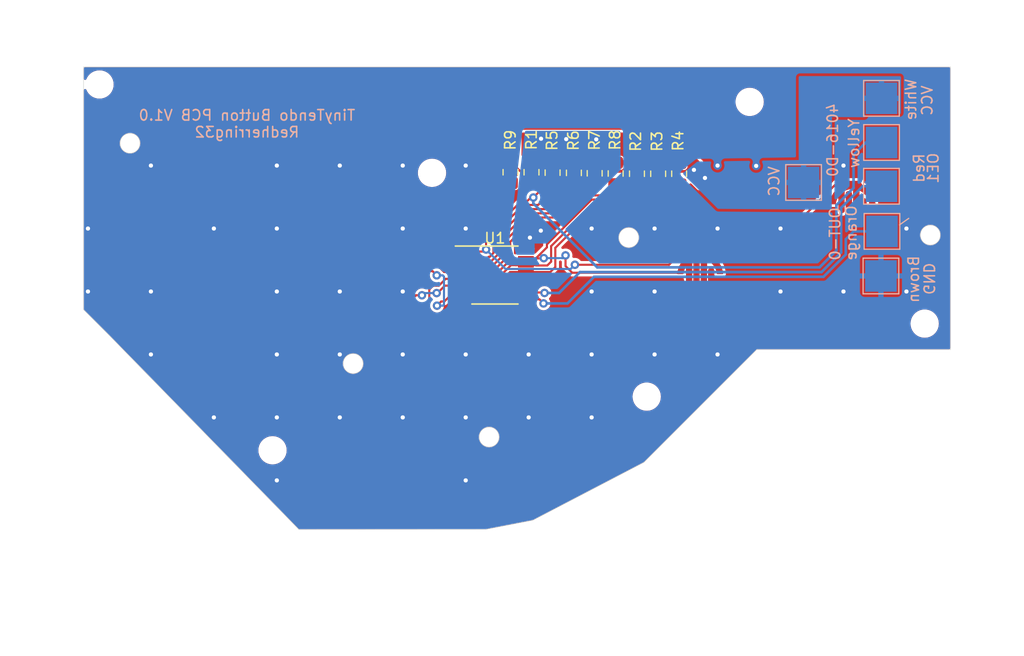
<source format=kicad_pcb>
(kicad_pcb (version 20231007) (generator pcbnew)
  (layers (0 "F.Cu" signal) (31 "B.Cu" signal) (34 "B.Paste" user) (35 "F.Paste" user) (36 "B.SilkS" user "B.Silkscreen") (37 "F.SilkS" user "F.Silkscreen") (38 "B.Mask" user) (39 "F.Mask" user) (44 "Edge.Cuts" user))
  (net 0 "")
  (net 1 "/GND")
  (net 2 "/Strobe")
  (net 3 "/5V")
  (net 4 "/Data")
  (net 5 "/Clock")
  (net 6 "/A")
  (net 7 "/B")
  (net 8 "/Select")
  (net 9 "/Start")
  (net 10 "/Up")
  (net 11 "/Down")
  (net 12 "/Left")
  (net 13 "/Right")
  (net 14 "Net-(U1-Pad12)")
  (net 15 "Net-(U1-Pad2)")
  (footprint "Resistor_SMD:R_0805_2012Metric_Pad1.15x1.40mm_HandSolder" (layer "F.Cu") (at 46.41 -55.045 -90)
    (property "Reference" "R1")
    (property "Value" "1K")
  )
  (footprint "Resistor_SMD:R_0805_2012Metric_Pad1.15x1.40mm_HandSolder" (layer "F.Cu") (at 56.46 -54.905 -90)
    (property "Reference" "R2")
    (property "Value" "1K")
  )
  (footprint "Resistor_SMD:R_0805_2012Metric_Pad1.15x1.40mm_HandSolder" (layer "F.Cu") (at 58.48 -54.9 -90)
    (property "Reference" "R3")
    (property "Value" "1K")
  )
  (footprint "Resistor_SMD:R_0805_2012Metric_Pad1.15x1.40mm_HandSolder" (layer "F.Cu") (at 60.48 -54.905 -90)
    (property "Reference" "R4")
    (property "Value" "1K")
  )
  (footprint "Resistor_SMD:R_0805_2012Metric_Pad1.15x1.40mm_HandSolder" (layer "F.Cu") (at 48.42 -55.005 -90)
    (property "Reference" "R5")
    (property "Value" "1K")
  )
  (footprint "Resistor_SMD:R_0805_2012Metric_Pad1.15x1.40mm_HandSolder" (layer "F.Cu") (at 50.45 -54.985 -90)
    (property "Reference" "R6")
    (property "Value" "1K")
  )
  (footprint "Resistor_SMD:R_0805_2012Metric_Pad1.15x1.40mm_HandSolder" (layer "F.Cu") (at 52.43 -54.945 -90)
    (property "Reference" "R7")
    (property "Value" "1K")
  )
  (footprint "Resistor_SMD:R_0805_2012Metric_Pad1.15x1.40mm_HandSolder" (layer "F.Cu") (at 54.43 -54.925 -90)
    (property "Reference" "R8")
    (property "Value" "1K")
  )
  (footprint "Resistor_SMD:R_0805_2012Metric_Pad1.15x1.40mm_HandSolder" (layer "F.Cu") (at 44.41 -55.045 -90)
    (property "Reference" "R9")
    (property "Value" "1K")
  )
  (footprint "Package_SO:TSSOP-16_4.4x5mm_P0.65mm" (layer "F.Cu") (at 42.926 -45.212)
    (property "Reference" "U1")
    (property "Value" "CD4021BPW")
  )
  (footprint "Button PCB:StartSelect" (layer "F.Cu") (at 35.5 -23.27)
    (property "Reference" " ")
    (property "Value" "StartSelect")
  )
  (footprint "MountingHole:MountingHole_2.2mm_M2" (layer "F.Cu") (at 36.93 -54.99)
    (property "Reference" " ")
    (property "Value" "MountingHole_2.2mm_M2")
  )
  (footprint "MountingHole:MountingHole_2.2mm_M2" (layer "F.Cu") (at 21.73 -28.55)
    (property "Reference" " ")
    (property "Value" "MountingHole_2.2mm_M2")
  )
  (footprint "MountingHole:MountingHole_2.2mm_M2" (layer "F.Cu") (at 57.39 -33.66)
    (property "Reference" " ")
    (property "Value" "MountingHole_2.2mm_M2")
  )
  (footprint "MountingHole:MountingHole_2.2mm_M2" (layer "F.Cu") (at 67.2 -61.75)
    (property "Reference" " ")
    (property "Value" "MountingHole_2.2mm_M2")
  )
  (footprint "MountingHole:MountingHole_2.2mm_M2" (layer "F.Cu") (at 5.24 -63.41)
    (property "Reference" " ")
    (property "Value" "MountingHole_2.2mm_M2")
  )
  (footprint "MountingHole:MountingHole_2.2mm_M2" (layer "F.Cu") (at 83.88 -40.62)
    (property "Reference" " ")
    (property "Value" "MountingHole_2.2mm_M2")
  )
  (footprint "Button PCB:AB V2" (layer "F.Cu") (at 62.484 -45.212)
    (property "Reference" " ")
    (property "Value" "ABXY")
  )
  (footprint "Button PCB:D-PadV2" (layer "F.Cu") (at 18.542 -46.99)
    (property "Reference" " ")
    (property "Value" "DPAD")
  )
  (footprint "TestPoint:TestPoint_Pad_3.0x3.0mm" (layer "B.Cu") (at 79.71 -45.16)
    (property "Reference" "Brown")
    (property "Value" " ")
  )
  (footprint "TestPoint:TestPoint_Pad_3.0x3.0mm" (layer "B.Cu") (at 79.81 -49.41 90)
    (property "Reference" "Orange")
    (property "Value" " ")
  )
  (footprint "TestPoint:TestPoint_Pad_3.0x3.0mm" (layer "B.Cu") (at 79.76 -53.71 180)
    (property "Reference" "Red")
    (property "Value" " ")
  )
  (footprint "TestPoint:TestPoint_Pad_3.0x3.0mm" (layer "B.Cu") (at 79.76 -62.09 180)
    (property "Reference" "White")
    (property "Value" " ")
  )
  (footprint "TestPoint:TestPoint_Pad_3.0x3.0mm" (layer "B.Cu") (at 79.77 -57.88 180)
    (property "Reference" "Yellow")
    (property "Value" " ")
  )
  (footprint "TestPoint:TestPoint_Pad_3.0x3.0mm" (layer "B.Cu") (at 72.34 -54.07)
    (property "Reference" "VCC")
    (property "Value" " ")
  )
  (gr_line (start 82.36 -50.65) (end 81.48 -50.03) (stroke (width 0.12)) (layer "B.SilkS"))
  (gr_circle (center 29.41 -36.81) (end 30.36 -36.81) (stroke (width 0.05)) (fill none) (layer "Edge.Cuts"))
  (gr_circle (center 8.15 -57.81) (end 9.1 -57.81) (stroke (width 0.05)) (fill none) (layer "Edge.Cuts"))
  (gr_circle (center 55.68 -48.82) (end 56.63 -48.82) (stroke (width 0.05)) (fill none) (layer "Edge.Cuts"))
  (gr_circle (center 84.42 -49.06) (end 85.37 -49.06) (stroke (width 0.05)) (fill none) (layer "Edge.Cuts"))
  (gr_line (start 86.34 -65.08) (end 86.34 -38.15) (stroke (width 0.05)) (layer "Edge.Cuts"))
  (gr_line (start 3.72 -65.08) (end 86.34 -65.08) (stroke (width 0.05)) (layer "Edge.Cuts"))
  (gr_line (start 42.05 -21.01) (end 46.54 -21.88) (stroke (width 0.05)) (layer "Edge.Cuts"))
  (gr_line (start 3.72 -41.95) (end 3.72 -65.08) (stroke (width 0.05)) (layer "Edge.Cuts"))
  (gr_circle (center 42.37 -29.81) (end 43.32 -29.81) (stroke (width 0.05)) (fill none) (layer "Edge.Cuts"))
  (gr_line (start 86.34 -38.15) (end 67.88 -38.15) (stroke (width 0.05)) (layer "Edge.Cuts"))
  (gr_line (start 6.13 -39.54) (end 3.72 -41.95) (stroke (width 0.05)) (layer "Edge.Cuts"))
  (gr_line (start 67.88 -38.15) (end 57.13 -27.4) (stroke (width 0.05)) (layer "Edge.Cuts"))
  (gr_line (start 57.13 -27.4) (end 46.54 -21.88) (stroke (width 0.05)) (layer "Edge.Cuts"))
  (gr_line (start 24.24 -21) (end 6.13 -39.54) (stroke (width 0.05)) (layer "Edge.Cuts"))
  (gr_line (start 42.05 -21.01) (end 24.24 -21) (stroke (width 0.05)) (layer "Edge.Cuts"))
  (gr_text "TinyTendo Button PCB V1.0\nRedherring32\n" (at 19.29 -59.67 0) (layer "B.SilkS") (effects (font (size 1 1)) (justify mirror)))
  (gr_text "4016-D0\n" (at 75.11 -58.11 90) (layer "B.SilkS") (effects (font (size 1 1)) (justify mirror)))
  (gr_text "VCC\n" (at 84.12 -61.88 90) (layer "B.SilkS") (effects (font (size 1 1)) (justify mirror)))
  (gr_text "GND\n" (at 84.27 -44.89 270) (layer "B.SilkS") (effects (font (size 1 1)) (justify mirror)))
  (gr_text "OUT-0\n" (at 75.34 -49.17 90) (layer "B.SilkS") (effects (font (size 1 1)) (justify mirror)))
  (gr_text "OE1\n" (at 84.69 -55.43 90) (layer "B.SilkS") (effects (font (size 1 1)) (justify mirror)))
  (via (at 10.14 -55.68) (size 0.8) (drill 0.4) (layers "F.Cu" "B.Cu") (net 1))
  (via (at 22.14 -55.68) (size 0.8) (drill 0.4) (layers "F.Cu" "B.Cu") (net 1))
  (via (at 28.14 -55.68) (size 0.8) (drill 0.4) (layers "F.Cu" "B.Cu") (net 1))
  (via (at 34.14 -55.68) (size 0.8) (drill 0.4) (layers "F.Cu" "B.Cu") (net 1))
  (via (at 40.14 -55.68) (size 0.8) (drill 0.4) (layers "F.Cu" "B.Cu") (net 1))
  (via (at 64.14 -55.68) (size 0.8) (drill 0.4) (layers "F.Cu" "B.Cu") (net 1))
  (via (at 67.82 -55.65) (size 0.8) (drill 0.4) (layers "F.Cu" "B.Cu") (net 1))
  (via (at 76.14 -55.68) (size 0.8) (drill 0.4) (layers "F.Cu" "B.Cu") (net 1))
  (via (at 4.14 -49.68) (size 0.8) (drill 0.4) (layers "F.Cu" "B.Cu") (net 1))
  (via (at 16.14 -49.68) (size 0.8) (drill 0.4) (layers "F.Cu" "B.Cu") (net 1))
  (via (at 22.14 -49.68) (size 0.8) (drill 0.4) (layers "F.Cu" "B.Cu") (net 1))
  (via (at 34.14 -49.68) (size 0.8) (drill 0.4) (layers "F.Cu" "B.Cu") (net 1))
  (via (at 40.14 -49.68) (size 0.8) (drill 0.4) (layers "F.Cu" "B.Cu") (net 1))
  (via (at 52.14 -49.68) (size 0.8) (drill 0.4) (layers "F.Cu" "B.Cu") (net 1))
  (via (at 58.14 -49.68) (size 0.8) (drill 0.4) (layers "F.Cu" "B.Cu") (net 1))
  (via (at 64.14 -49.68) (size 0.8) (drill 0.4) (layers "F.Cu" "B.Cu") (net 1))
  (via (at 70.14 -49.68) (size 0.8) (drill 0.4) (layers "F.Cu" "B.Cu") (net 1))
  (via (at 82.14 -49.68) (size 0.8) (drill 0.4) (layers "F.Cu" "B.Cu") (net 1))
  (via (at 4.14 -43.68) (size 0.8) (drill 0.4) (layers "F.Cu" "B.Cu") (net 1))
  (via (at 10.14 -43.68) (size 0.8) (drill 0.4) (layers "F.Cu" "B.Cu") (net 1))
  (via (at 22.14 -43.68) (size 0.8) (drill 0.4) (layers "F.Cu" "B.Cu") (net 1))
  (via (at 28.14 -43.68) (size 0.8) (drill 0.4) (layers "F.Cu" "B.Cu") (net 1))
  (via (at 34.14 -43.68) (size 0.8) (drill 0.4) (layers "F.Cu" "B.Cu") (net 1))
  (via (at 52.14 -43.68) (size 0.8) (drill 0.4) (layers "F.Cu" "B.Cu") (net 1))
  (via (at 58.14 -43.68) (size 0.8) (drill 0.4) (layers "F.Cu" "B.Cu") (net 1))
  (via (at 70.14 -43.68) (size 0.8) (drill 0.4) (layers "F.Cu" "B.Cu") (net 1))
  (via (at 76.14 -43.68) (size 0.8) (drill 0.4) (layers "F.Cu" "B.Cu") (net 1))
  (via (at 82.14 -43.68) (size 0.8) (drill 0.4) (layers "F.Cu" "B.Cu") (net 1))
  (via (at 10.14 -37.68) (size 0.8) (drill 0.4) (layers "F.Cu" "B.Cu") (net 1))
  (via (at 22.14 -37.68) (size 0.8) (drill 0.4) (layers "F.Cu" "B.Cu") (net 1))
  (via (at 28.14 -37.68) (size 0.8) (drill 0.4) (layers "F.Cu" "B.Cu") (net 1))
  (via (at 34.14 -37.68) (size 0.8) (drill 0.4) (layers "F.Cu" "B.Cu") (net 1))
  (via (at 40.14 -37.68) (size 0.8) (drill 0.4) (layers "F.Cu" "B.Cu") (net 1))
  (via (at 46.14 -37.68) (size 0.8) (drill 0.4) (layers "F.Cu" "B.Cu") (net 1))
  (via (at 52.14 -37.68) (size 0.8) (drill 0.4) (layers "F.Cu" "B.Cu") (net 1))
  (via (at 58.14 -37.68) (size 0.8) (drill 0.4) (layers "F.Cu" "B.Cu") (net 1))
  (via (at 64.14 -37.68) (size 0.8) (drill 0.4) (layers "F.Cu" "B.Cu") (net 1))
  (via (at 16.14 -31.68) (size 0.8) (drill 0.4) (layers "F.Cu" "B.Cu") (net 1))
  (via (at 22.14 -31.68) (size 0.8) (drill 0.4) (layers "F.Cu" "B.Cu") (net 1))
  (via (at 28.14 -31.68) (size 0.8) (drill 0.4) (layers "F.Cu" "B.Cu") (net 1))
  (via (at 34.14 -31.68) (size 0.8) (drill 0.4) (layers "F.Cu" "B.Cu") (net 1))
  (via (at 40.14 -31.68) (size 0.8) (drill 0.4) (layers "F.Cu" "B.Cu") (net 1))
  (via (at 46.14 -31.68) (size 0.8) (drill 0.4) (layers "F.Cu" "B.Cu") (net 1))
  (via (at 52.14 -31.68) (size 0.8) (drill 0.4) (layers "F.Cu" "B.Cu") (net 1))
  (via (at 22.14 -25.68) (size 0.8) (drill 0.4) (layers "F.Cu" "B.Cu") (net 1))
  (via (at 40.14 -25.68) (size 0.8) (drill 0.4) (layers "F.Cu" "B.Cu") (net 1))
  (segment (start 79.83 -45.63) (end 79.28 -45.08) (width 0.25) (layer "B.Cu") (net 1))
  (segment (start 47.161252 -42.937) (end 47.554612 -42.54364) (width 0.2) (layer "F.Cu") (net 2))
  (segment (start 45.876 -42.937) (end 47.161252 -42.937) (width 0.2) (layer "F.Cu") (net 2))
  (via (at 47.554612 -42.54364) (size 0.8) (drill 0.4) (layers "F.Cu" "B.Cu") (net 2))
  (segment (start 76.364999 -48.664999) (end 77.11 -49.41) (width 0.25) (layer "B.Cu") (net 2))
  (segment (start 77.11 -49.41) (end 79.81 -49.41) (width 0.25) (layer "B.Cu") (net 2))
  (segment (start 49.836642 -42.54364) (end 52.373002 -45.08) (width 0.25) (layer "B.Cu") (net 2))
  (segment (start 74.233396 -45.08) (end 76.364999 -47.211603) (width 0.25) (layer "B.Cu") (net 2))
  (segment (start 47.554612 -42.54364) (end 49.836642 -42.54364) (width 0.25) (layer "B.Cu") (net 2))
  (segment (start 76.364999 -47.211603) (end 76.364999 -48.664999) (width 0.25) (layer "B.Cu") (net 2))
  (segment (start 52.373002 -45.08) (end 74.233396 -45.08) (width 0.25) (layer "B.Cu") (net 2))
  (via (at 49.72 -58.2) (size 0.8) (drill 0.4) (layers "F.Cu" "B.Cu") (net 3))
  (via (at 62.94 -54.5) (size 0.8) (drill 0.4) (layers "F.Cu" "B.Cu") (net 3))
  (via (at 47.29734 -49.47734) (size 0.8) (drill 0.4) (layers "F.Cu" "B.Cu") (net 3))
  (via (at 61.89 -55.27) (size 0.8) (drill 0.4) (layers "F.Cu" "B.Cu") (net 3))
  (via (at 46.26 -48.81) (size 0.8) (drill 0.4) (layers "F.Cu" "B.Cu") (net 3))
  (via (at 47.32 -58.24) (size 0.8) (drill 0.4) (layers "F.Cu" "B.Cu") (net 3))
  (via (at 52.58 -58.18) (size 0.8) (drill 0.4) (layers "F.Cu" "B.Cu") (net 3))
  (segment (start 46.5836 -52.6364) (end 47.41001 -53.46281) (width 0.2) (layer "F.Cu") (net 4))
  (segment (start 46.982834 -55) (end 45.48 -55) (width 0.2) (layer "F.Cu") (net 4))
  (segment (start 42.319998 -46.979998) (end 42.416002 -46.979998) (width 0.2) (layer "F.Cu") (net 4))
  (segment (start 42.780002 -47.343998) (end 42.780002 -49.074302) (width 0.2) (layer "F.Cu") (net 4))
  (segment (start 45.48 -55) (end 45.033372 -55.446628) (width 0.2) (layer "F.Cu") (net 4))
  (segment (start 42.416002 -46.979998) (end 42.780002 -47.343998) (width 0.2) (layer "F.Cu") (net 4))
  (segment (start 39.976 -46.187) (end 41.527 -46.187) (width 0.2) (layer "F.Cu") (net 4))
  (segment (start 46.3421 -52.6364) (end 46.5836 -52.6364) (width 0.2) (layer "F.Cu") (net 4))
  (segment (start 41.527 -46.187) (end 42.319998 -46.979998) (width 0.2) (layer "F.Cu") (net 4))
  (segment (start 47.41001 -54.572824) (end 46.982834 -55) (width 0.2) (layer "F.Cu") (net 4))
  (segment (start 42.780002 -49.074302) (end 46.3421 -52.6364) (width 0.2) (layer "F.Cu") (net 4))
  (segment (start 47.41001 -53.46281) (end 47.41001 -54.572824) (width 0.2) (layer "F.Cu") (net 4))
  (segment (start 45.033372 -55.446628) (end 44.41 -56.07) (width 0.2) (layer "F.Cu") (net 4))
  (via (at 46.5836 -52.6364) (size 0.8) (drill 0.4) (layers "F.Cu" "B.Cu") (net 4))
  (segment (start 46.5836 -52.6364) (end 46.5836 -52.070715) (width 0.25) (layer "B.Cu") (net 4))
  (segment (start 77.1 -56.71) (end 78.27 -57.88) (width 0.25) (layer "B.Cu") (net 4))
  (segment (start 75.464999 -47.584395) (end 75.464999 -51.91604) (width 0.25) (layer "B.Cu") (net 4))
  (segment (start 77.1 -53.551041) (end 77.1 -56.71) (width 0.25) (layer "B.Cu") (net 4))
  (segment (start 73.860626 -45.980022) (end 75.464999 -47.584395) (width 0.25) (layer "B.Cu") (net 4))
  (segment (start 46.5836 -52.070715) (end 52.674293 -45.980022) (width 0.25) (layer "B.Cu") (net 4))
  (segment (start 78.27 -57.88) (end 79.77 -57.88) (width 0.25) (layer "B.Cu") (net 4))
  (segment (start 52.674293 -45.980022) (end 73.860626 -45.980022) (width 0.25) (layer "B.Cu") (net 4))
  (segment (start 75.464999 -51.91604) (end 77.1 -53.551041) (width 0.25) (layer "B.Cu") (net 4))
  (segment (start 47.603 -43.587) (end 47.65 -43.54) (width 0.2) (layer "F.Cu") (net 5))
  (segment (start 45.876 -43.587) (end 47.603 -43.587) (width 0.2) (layer "F.Cu") (net 5))
  (via (at 47.65 -43.54) (size 0.8) (drill 0.4) (layers "F.Cu" "B.Cu") (net 5))
  (segment (start 75.914999 -51.654999) (end 77.97 -53.71) (width 0.25) (layer "B.Cu") (net 5))
  (segment (start 78.25 -54.1) (end 79.78 -54.1) (width 0.2) (layer "B.Cu") (net 5))
  (segment (start 49.037223 -43.54) (end 51.027234 -45.530011) (width 0.25) (layer "B.Cu") (net 5))
  (segment (start 77.97 -53.71) (end 79.76 -53.71) (width 0.25) (layer "B.Cu") (net 5))
  (segment (start 51.027234 -45.530011) (end 74.047011 -45.530011) (width 0.25) (layer "B.Cu") (net 5))
  (segment (start 74.047011 -45.530011) (end 75.914999 -47.397999) (width 0.25) (layer "B.Cu") (net 5))
  (segment (start 79.78 -54.087166) (end 79.78 -54.1) (width 0.2) (layer "B.Cu") (net 5))
  (segment (start 75.914999 -47.397999) (end 75.914999 -51.654999) (width 0.25) (layer "B.Cu") (net 5))
  (segment (start 47.65 -43.54) (end 49.037223 -43.54) (width 0.25) (layer "B.Cu") (net 5))
  (segment (start 76.038455 -53.972) (end 77.104 -53.972) (width 0.2) (layer "F.Cu") (net 6))
  (segment (start 42.08 -48.94) (end 45.786628 -52.646628) (width 0.2) (layer "F.Cu") (net 6))
  (segment (start 45.786628 -52.646628) (end 45.786628 -53.396628) (width 0.2) (layer "F.Cu") (net 6))
  (segment (start 41.887 -47.487) (end 42.08 -47.68) (width 0.2) (layer "F.Cu") (net 6))
  (segment (start 39.976 -47.487) (end 41.887 -47.487) (width 0.2) (layer "F.Cu") (net 6))
  (segment (start 59.519302 -46.228) (end 62.017651 -48.726349) (width 0.2) (layer "F.Cu") (net 6))
  (segment (start 70.222351 -48.726349) (end 75.468002 -53.972) (width 0.2) (layer "F.Cu") (net 6))
  (segment (start 42.08 -47.68) (end 42.08 -48.94) (width 0.2) (layer "F.Cu") (net 6))
  (segment (start 62.017651 -48.726349) (end 70.222351 -48.726349) (width 0.2) (layer "F.Cu") (net 6))
  (segment (start 50.546 -46.228) (end 59.519302 -46.228) (width 0.2) (layer "F.Cu") (net 6))
  (segment (start 45.786628 -53.396628) (end 46.41 -54.02) (width 0.2) (layer "F.Cu") (net 6))
  (segment (start 75.468002 -53.972) (end 76.038455 -53.972) (width 0.2) (layer "F.Cu") (net 6))
  (via (at 42.08 -47.68) (size 0.8) (drill 0.4) (layers "F.Cu" "B.Cu") (net 6))
  (via (at 50.546 -46.228) (size 0.8) (drill 0.4) (layers "F.Cu" "B.Cu") (net 6))
  (segment (start 43.931999 -45.828001) (end 50.146001 -45.828001) (width 0.2) (layer "B.Cu") (net 6))
  (segment (start 42.08 -47.68) (end 43.931999 -45.828001) (width 0.2) (layer "B.Cu") (net 6))
  (segment (start 50.146001 -45.828001) (end 50.546 -46.228) (width 0.2) (layer "B.Cu") (net 6))
  (segment (start 47.879989 -48.171389) (end 52.148622 -52.440022) (width 0.2) (layer "F.Cu") (net 7))
  (segment (start 45.876 -46.837) (end 47.557 -46.837) (width 0.2) (layer "F.Cu") (net 7))
  (segment (start 55.020022 -52.440022) (end 55.836628 -53.256628) (width 0.2) (layer "F.Cu") (net 7))
  (segment (start 50.292 -45.466) (end 60.2894 -45.466) (width 0.2) (layer "F.Cu") (net 7))
  (segment (start 49.653255 -46.104745) (end 50.292 -45.466) (width 0.2) (layer "F.Cu") (net 7))
  (segment (start 61.718379 -46.894979) (end 62.166979 -46.894979) (width 0.2) (layer "F.Cu") (net 7))
  (segment (start 55.836628 -53.256628) (end 56.46 -53.88) (width 0.2) (layer "F.Cu") (net 7))
  (segment (start 62.166979 -46.894979) (end 62.584 -47.312) (width 0.2) (layer "F.Cu") (net 7))
  (segment (start 47.557 -46.837) (end 47.58 -46.86) (width 0.2) (layer "F.Cu") (net 7))
  (segment (start 52.148622 -52.440022) (end 55.020022 -52.440022) (width 0.2) (layer "F.Cu") (net 7))
  (segment (start 46.826 -46.837) (end 47.879989 -47.890989) (width 0.2) (layer "F.Cu") (net 7))
  (segment (start 45.876 -46.837) (end 46.826 -46.837) (width 0.2) (layer "F.Cu") (net 7))
  (segment (start 49.653255 -47.121425) (end 49.653255 -46.104745) (width 0.2) (layer "F.Cu") (net 7))
  (segment (start 47.879989 -47.890989) (end 47.879989 -48.171389) (width 0.2) (layer "F.Cu") (net 7))
  (segment (start 60.2894 -45.466) (end 61.718379 -46.894979) (width 0.2) (layer "F.Cu") (net 7))
  (via (at 49.653255 -47.121425) (size 0.8) (drill 0.4) (layers "F.Cu" "B.Cu") (net 7))
  (via (at 47.58 -46.86) (size 0.8) (drill 0.4) (layers "F.Cu" "B.Cu") (net 7))
  (segment (start 49.39183 -46.86) (end 49.653255 -47.121425) (width 0.2) (layer "B.Cu") (net 7))
  (segment (start 47.58 -46.86) (end 49.39183 -46.86) (width 0.2) (layer "B.Cu") (net 7))
  (segment (start 44.451504 -46.187) (end 44.926 -46.187) (width 0.2) (layer "F.Cu") (net 8))
  (segment (start 38.67 -29.13) (end 41.19 -31.65) (width 0.2) (layer "F.Cu") (net 8))
  (segment (start 43.154243 -44.979943) (end 43.244447 -44.979943) (width 0.2) (layer "F.Cu") (net 8))
  (segment (start 56.645011 -52.040011) (end 52.314311 -52.040011) (width 0.2) (layer "F.Cu") (net 8))
  (segment (start 52.314311 -52.040011) (end 48.28 -48.0057) (width 0.2) (layer "F.Cu") (net 8))
  (segment (start 47.916001 -46.159999) (end 46.853001 -46.159999) (width 0.2) (layer "F.Cu") (net 8))
  (segment (start 41.19 -31.65) (end 41.19 -43.0157) (width 0.2) (layer "F.Cu") (net 8))
  (segment (start 38.67 -28.42) (end 38.67 -29.13) (width 0.2) (layer "F.Cu") (net 8))
  (segment (start 43.244447 -44.979943) (end 44.451504 -46.187) (width 0.2) (layer "F.Cu") (net 8))
  (segment (start 46.853001 -46.159999) (end 46.826 -46.187) (width 0.2) (layer "F.Cu") (net 8))
  (segment (start 46.826 -46.187) (end 45.876 -46.187) (width 0.2) (layer "F.Cu") (net 8))
  (segment (start 48.28 -46.523998) (end 47.916001 -46.159999) (width 0.2) (layer "F.Cu") (net 8))
  (segment (start 41.19 -43.0157) (end 43.154243 -44.979943) (width 0.2) (layer "F.Cu") (net 8))
  (segment (start 44.926 -46.187) (end 45.876 -46.187) (width 0.2) (layer "F.Cu") (net 8))
  (segment (start 58.48 -53.875) (end 56.645011 -52.040011) (width 0.2) (layer "F.Cu") (net 8))
  (segment (start 48.28 -48.0057) (end 48.28 -46.523998) (width 0.2) (layer "F.Cu") (net 8))
  (segment (start 48.680011 -46.010011) (end 48.207 -45.537) (width 0.2) (layer "F.Cu") (net 9))
  (segment (start 48.680011 -47.840011) (end 48.680011 -46.010011) (width 0.2) (layer "F.Cu") (net 9))
  (segment (start 43.410136 -44.579932) (end 44.367204 -45.537) (width 0.2) (layer "F.Cu") (net 9))
  (segment (start 58.915 -51.64) (end 52.48 -51.64) (width 0.2) (layer "F.Cu") (net 9))
  (segment (start 41.6 -41.02) (end 41.6 -42.86) (width 0.2) (layer "F.Cu") (net 9))
  (segment (start 41.6 -42.86) (end 43.319932 -44.579932) (width 0.2) (layer "F.Cu") (net 9))
  (segment (start 43.319932 -44.579932) (end 43.410136 -44.579932) (width 0.2) (layer "F.Cu") (net 9))
  (segment (start 44.926 -45.537) (end 45.876 -45.537) (width 0.2) (layer "F.Cu") (net 9))
  (segment (start 48.207 -45.537) (end 46.826 -45.537) (width 0.2) (layer "F.Cu") (net 9))
  (segment (start 52.48 -51.64) (end 48.680011 -47.840011) (width 0.2) (layer "F.Cu") (net 9))
  (segment (start 60.48 -53.88) (end 60.48 -53.205) (width 0.2) (layer "F.Cu") (net 9))
  (segment (start 60.48 -53.205) (end 58.915 -51.64) (width 0.2) (layer "F.Cu") (net 9))
  (segment (start 54.2 -28.42) (end 41.6 -41.02) (width 0.2) (layer "F.Cu") (net 9))
  (segment (start 46.826 -45.537) (end 45.876 -45.537) (width 0.2) (layer "F.Cu") (net 9))
  (segment (start 44.367204 -45.537) (end 44.926 -45.537) (width 0.2) (layer "F.Cu") (net 9))
  (segment (start 48.42 -53.98) (end 48.42 -53.305) (width 0.2) (layer "F.Cu") (net 10))
  (segment (start 42.581691 -46.579987) (end 42.485687 -46.579987) (width 0.2) (layer "F.Cu") (net 10))
  (segment (start 39.976 -45.537) (end 38.081139 -45.537) (width 0.2) (layer "F.Cu") (net 10))
  (segment (start 47.045033 -51.930033) (end 46.201433 -51.930033) (width 0.2) (layer "F.Cu") (net 10))
  (segment (start 46.201433 -51.930033) (end 43.180013 -48.908613) (width 0.2) (layer "F.Cu") (net 10))
  (segment (start 19.319063 -57.7) (end 18.45 -57.7) (width 0.2) (layer "F.Cu") (net 10))
  (segment (start 43.180013 -47.178309) (end 42.581691 -46.579987) (width 0.2) (layer "F.Cu") (net 10))
  (segment (start 48.42 -53.305) (end 47.045033 -51.930033) (width 0.2) (layer "F.Cu") (net 10))
  (segment (start 41.4427 -45.537) (end 40.926 -45.537) (width 0.2) (layer "F.Cu") (net 10))
  (segment (start 25.186004 -57.7) (end 19.319063 -57.7) (width 0.2) (layer "F.Cu") (net 10))
  (segment (start 43.180013 -48.908613) (end 43.180013 -47.178309) (width 0.2) (layer "F.Cu") (net 10))
  (segment (start 42.485687 -46.579987) (end 41.4427 -45.537) (width 0.2) (layer "F.Cu") (net 10))
  (segment (start 36.366002 -46.520002) (end 25.186004 -57.7) (width 0.2) (layer "F.Cu") (net 10))
  (segment (start 38.081139 -45.537) (end 37.098137 -46.520002) (width 0.2) (layer "F.Cu") (net 10))
  (segment (start 37.098137 -46.520002) (end 36.366002 -46.520002) (width 0.2) (layer "F.Cu") (net 10))
  (segment (start 40.926 -45.537) (end 39.976 -45.537) (width 0.2) (layer "F.Cu") (net 10))
  (segment (start 36.669989 -42.693985) (end 36.506004 -42.53) (width 0.2) (layer "F.Cu") (net 11))
  (segment (start 48.020022 -51.530022) (end 46.367122 -51.530022) (width 0.2) (layer "F.Cu") (net 11))
  (segment (start 41.3584 -44.887) (end 40.926 -44.887) (width 0.2) (layer "F.Cu") (net 11))
  (segment (start 21.849063 -42.53) (end 19.419063 -40.1) (width 0.2) (layer "F.Cu") (net 11))
  (segment (start 37.576006 -44.230002) (end 37.033989 -44.230001) (width 0.2) (layer "F.Cu") (net 11))
  (segment (start 42.74738 -46.179976) (end 42.651376 -46.179976) (width 0.2) (layer "F.Cu") (net 11))
  (segment (start 43.580024 -48.742924) (end 43.580024 -47.01262) (width 0.2) (layer "F.Cu") (net 11))
  (segment (start 36.506004 -42.53) (end 21.849063 -42.53) (width 0.2) (layer "F.Cu") (net 11))
  (segment (start 37.033989 -44.230001) (end 36.669989 -43.866001) (width 0.2) (layer "F.Cu") (net 11))
  (segment (start 43.580024 -47.01262) (end 42.74738 -46.179976) (width 0.2) (layer "F.Cu") (net 11))
  (segment (start 40.926 -44.887) (end 39.976 -44.887) (width 0.2) (layer "F.Cu") (net 11))
  (segment (start 36.669989 -43.866001) (end 36.669989 -42.693985) (width 0.2) (layer "F.Cu") (net 11))
  (segment (start 50.45 -53.96) (end 48.020022 -51.530022) (width 0.2) (layer "F.Cu") (net 11))
  (segment (start 38.233004 -44.887) (end 37.576006 -44.230002) (width 0.2) (layer "F.Cu") (net 11))
  (segment (start 42.651376 -46.179976) (end 41.3584 -44.887) (width 0.2) (layer "F.Cu") (net 11))
  (segment (start 39.976 -44.887) (end 38.233004 -44.887) (width 0.2) (layer "F.Cu") (net 11))
  (segment (start 19.419063 -40.1) (end 18.55 -40.1) (width 0.2) (layer "F.Cu") (net 11))
  (segment (start 46.367122 -51.530022) (end 43.580024 -48.742924) (width 0.2) (layer "F.Cu") (net 11))
  (segment (start 43.980035 -46.846931) (end 42.913069 -45.779965) (width 0.2) (layer "F.Cu") (net 12))
  (segment (start 35.404294 -43.32) (end 35.969979 -43.32) (width 0.2) (layer "F.Cu") (net 12))
  (segment (start 52.43 -53.92) (end 49.640011 -51.130011) (width 0.2) (layer "F.Cu") (net 12))
  (segment (start 11.327832 -49.2) (end 17.597832 -42.93) (width 0.2) (layer "F.Cu") (net 12))
  (segment (start 38.15699 -44.237) (end 37.44999 -43.53) (width 0.2) (layer "F.Cu") (net 12))
  (segment (start 43.980035 -48.577235) (end 43.980035 -46.846931) (width 0.2) (layer "F.Cu") (net 12))
  (segment (start 42.817065 -45.779965) (end 41.2741 -44.237) (width 0.2) (layer "F.Cu") (net 12))
  (segment (start 49.640011 -51.130011) (end 46.532811 -51.130011) (width 0.2) (layer "F.Cu") (net 12))
  (segment (start 37.44999 -43.53) (end 37.36999 -43.53) (width 0.2) (layer "F.Cu") (net 12))
  (segment (start 9.55 -49.2) (end 11.327832 -49.2) (width 0.2) (layer "F.Cu") (net 12))
  (segment (start 46.532811 -51.130011) (end 43.980035 -48.577235) (width 0.2) (layer "F.Cu") (net 12))
  (segment (start 35.014294 -42.93) (end 35.404294 -43.32) (width 0.2) (layer "F.Cu") (net 12))
  (segment (start 39.976 -44.237) (end 38.15699 -44.237) (width 0.2) (layer "F.Cu") (net 12))
  (segment (start 17.597832 -42.93) (end 35.014294 -42.93) (width 0.2) (layer "F.Cu") (net 12))
  (segment (start 41.2741 -44.237) (end 40.926 -44.237) (width 0.2) (layer "F.Cu") (net 12))
  (segment (start 42.913069 -45.779965) (end 42.817065 -45.779965) (width 0.2) (layer "F.Cu") (net 12))
  (segment (start 40.926 -44.237) (end 39.976 -44.237) (width 0.2) (layer "F.Cu") (net 12))
  (via (at 35.969979 -43.32) (size 0.8) (drill 0.4) (layers "F.Cu" "B.Cu") (net 12))
  (via (at 37.36999 -43.53) (size 0.8) (drill 0.4) (layers "F.Cu" "B.Cu") (net 12))
  (segment (start 36.179979 -43.53) (end 35.969979 -43.32) (width 0.2) (layer "B.Cu") (net 12))
  (segment (start 37.36999 -43.53) (end 36.179979 -43.53) (width 0.2) (layer "B.Cu") (net 12))
  (segment (start 36.978033 -45.621533) (end 37.378032 -45.221534) (width 0.2) (layer "F.Cu") (net 13))
  (segment (start 53.370033 -52.840033) (end 53.806628 -53.276628) (width 0.2) (layer "F.Cu") (net 13))
  (segment (start 41.1898 -43.587) (end 42.982754 -45.379954) (width 0.2) (layer "F.Cu") (net 13))
  (segment (start 53.806628 -53.276628) (end 54.43 -53.9) (width 0.2) (layer "F.Cu") (net 13))
  (segment (start 46.6985 -50.73) (end 49.8057 -50.73) (width 0.2) (layer "F.Cu") (net 13))
  (segment (start 37.805159 -42.731373) (end 37.40516 -42.331374) (width 0.2) (layer "F.Cu") (net 13))
  (segment (start 43.078758 -45.379954) (end 44.380046 -46.681242) (width 0.2) (layer "F.Cu") (net 13))
  (segment (start 39.976 -43.587) (end 41.1898 -43.587) (width 0.2) (layer "F.Cu") (net 13))
  (segment (start 51.915733 -52.840033) (end 53.370033 -52.840033) (width 0.2) (layer "F.Cu") (net 13))
  (segment (start 42.982754 -45.379954) (end 43.078758 -45.379954) (width 0.2) (layer "F.Cu") (net 13))
  (segment (start 38.95897 -43.587) (end 38.103343 -42.731373) (width 0.2) (layer "F.Cu") (net 13))
  (segment (start 49.8057 -50.73) (end 51.915733 -52.840033) (width 0.2) (layer "F.Cu") (net 13))
  (segment (start 33.475966 -48.8) (end 36.654433 -45.621533) (width 0.2) (layer "F.Cu") (net 13))
  (segment (start 39.976 -43.587) (end 38.95897 -43.587) (width 0.2) (layer "F.Cu") (net 13))
  (segment (start 38.103343 -42.731373) (end 37.805159 -42.731373) (width 0.2) (layer "F.Cu") (net 13))
  (segment (start 36.654433 -45.621533) (end 36.978033 -45.621533) (width 0.2) (layer "F.Cu") (net 13))
  (segment (start 44.380046 -46.681242) (end 44.380046 -48.411546) (width 0.2) (layer "F.Cu") (net 13))
  (segment (start 27.25 -48.8) (end 33.475966 -48.8) (width 0.2) (layer "F.Cu") (net 13))
  (segment (start 44.380046 -48.411546) (end 46.6985 -50.73) (width 0.2) (layer "F.Cu") (net 13))
  (via (at 37.378032 -45.221534) (size 0.8) (drill 0.4) (layers "F.Cu" "B.Cu") (net 13))
  (via (at 37.40516 -42.331374) (size 0.8) (drill 0.4) (layers "F.Cu" "B.Cu") (net 13))
  (segment (start 37.943717 -45.221534) (end 37.378032 -45.221534) (width 0.2) (layer "B.Cu") (net 13))
  (segment (start 37.970845 -42.331374) (end 38.07 -42.430529) (width 0.2) (layer "B.Cu") (net 13))
  (segment (start 38.07 -42.430529) (end 38.07 -45.095251) (width 0.2) (layer "B.Cu") (net 13))
  (segment (start 37.40516 -42.331374) (end 37.970845 -42.331374) (width 0.2) (layer "B.Cu") (net 13))
  (segment (start 38.07 -45.095251) (end 37.943717 -45.221534) (width 0.2) (layer "B.Cu") (net 13))
  (zone (net 1) (net_name "/GND") (layer "F.Cu") (connect_pads (clearance 0.254)) (min_thickness 0.254) (fill yes (thermal_gap 0.1) (thermal_bridge_width 0.508))
    (polygon (pts (xy 4.76 -71.46) (xy 91.58 -69.88) (xy 91.44 -8.92) (xy 2.85 -9.04085) (xy 0.54 -64.819151)))
  )
  (zone (net 3) (net_name "/5V") (layer "F.Cu") (priority 1) (connect_pads (clearance 0.254)) (min_thickness 0.254) (fill yes (thermal_gap 0.1) (thermal_bridge_width 0.508))
    (polygon (pts (xy 46.78 -47.15) (xy 49.78 -50.32) (xy 49.56 -50.67) (xy 46.47 -50.64) (xy 44.37 -48.27) (xy 44.53 -47.12)))
  )
  (zone (net 3) (net_name "/5V") (layer "F.Cu") (priority 1) (connect_pads (clearance 0.254)) (min_thickness 0.254) (fill yes (thermal_gap 0.1) (thermal_bridge_width 0.508))
    (polygon (pts (xy 45.463102 -58.83) (xy 59.836898 -58.83) (xy 64.78 -53.57) (xy 62.4 -53.57) (xy 60.97 -55) (xy 45.45 -55)))
  )
  (zone (net 1) (net_name "/GND") (layer "B.Cu") (connect_pads (clearance 0.254)) (min_thickness 0.254) (fill yes (thermal_gap 0.508) (thermal_bridge_width 0.508))
    (polygon (pts (xy 86.407498 -66.510686) (xy 86.45 -38.16) (xy 67.89 -38.1) (xy 50.93 -20.9) (xy 24.23 -20.89) (xy 2.380636 -42.881358) (xy 1.709364 -67.048642)))
  )
  (zone (net 3) (net_name "/5V") (layer "B.Cu") (priority 1) (connect_pads (clearance 0.254)) (min_thickness 0.254) (fill yes (thermal_gap 0.1) (thermal_bridge_width 0.508))
    (polygon (pts (xy 44.96 -47.18) (xy 46.71 -47.18) (xy 46.71 -48.25) (xy 47.87 -48.25) (xy 54.91 -55.29) (xy 54.870036 -58.99) (xy 45.789965 -58.99) (xy 44.55 -48.56)))
  )
  (zone (net 3) (net_name "/5V") (layer "B.Cu") (priority 1) (connect_pads (clearance 0.254)) (min_thickness 0.254) (fill yes (thermal_gap 0.1) (thermal_bridge_width 0.508))
    (polygon (pts (xy 62.24 -56.08) (xy 62.262994 -56.06) (xy 71.88 -56.21) (xy 71.87 -56.89) (xy 71.87 -64.21) (xy 81.627641 -64.2) (xy 81.61 -60.26) (xy 75.05 -60.31) (xy 75.02 -51.47) (xy 64.17 -51.56) (xy 60.8 -54.93)))
  )
)
</source>
